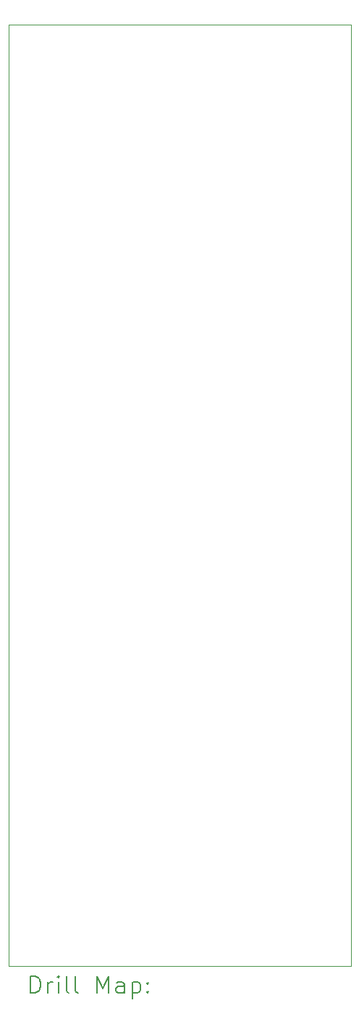
<source format=gbr>
%FSLAX45Y45*%
G04 Gerber Fmt 4.5, Leading zero omitted, Abs format (unit mm)*
G04 Created by KiCad (PCBNEW (6.0.6)) date 2022-10-26 13:26:03*
%MOMM*%
%LPD*%
G01*
G04 APERTURE LIST*
%TA.AperFunction,Profile*%
%ADD10C,0.050000*%
%TD*%
%ADD11C,0.200000*%
G04 APERTURE END LIST*
D10*
X7000000Y-3100000D02*
X7000000Y-14100000D01*
X3000000Y-3100000D02*
X3000000Y-14100000D01*
X3000000Y-3100000D02*
X7000000Y-3100000D01*
X3000000Y-14100000D02*
X7000000Y-14100000D01*
D11*
X3255119Y-14412976D02*
X3255119Y-14212976D01*
X3302738Y-14212976D01*
X3331309Y-14222500D01*
X3350357Y-14241548D01*
X3359881Y-14260595D01*
X3369405Y-14298690D01*
X3369405Y-14327262D01*
X3359881Y-14365357D01*
X3350357Y-14384405D01*
X3331309Y-14403452D01*
X3302738Y-14412976D01*
X3255119Y-14412976D01*
X3455119Y-14412976D02*
X3455119Y-14279643D01*
X3455119Y-14317738D02*
X3464643Y-14298690D01*
X3474167Y-14289167D01*
X3493214Y-14279643D01*
X3512262Y-14279643D01*
X3578928Y-14412976D02*
X3578928Y-14279643D01*
X3578928Y-14212976D02*
X3569405Y-14222500D01*
X3578928Y-14232024D01*
X3588452Y-14222500D01*
X3578928Y-14212976D01*
X3578928Y-14232024D01*
X3702738Y-14412976D02*
X3683690Y-14403452D01*
X3674167Y-14384405D01*
X3674167Y-14212976D01*
X3807500Y-14412976D02*
X3788452Y-14403452D01*
X3778928Y-14384405D01*
X3778928Y-14212976D01*
X4036071Y-14412976D02*
X4036071Y-14212976D01*
X4102738Y-14355833D01*
X4169405Y-14212976D01*
X4169405Y-14412976D01*
X4350357Y-14412976D02*
X4350357Y-14308214D01*
X4340833Y-14289167D01*
X4321786Y-14279643D01*
X4283690Y-14279643D01*
X4264643Y-14289167D01*
X4350357Y-14403452D02*
X4331310Y-14412976D01*
X4283690Y-14412976D01*
X4264643Y-14403452D01*
X4255119Y-14384405D01*
X4255119Y-14365357D01*
X4264643Y-14346309D01*
X4283690Y-14336786D01*
X4331310Y-14336786D01*
X4350357Y-14327262D01*
X4445595Y-14279643D02*
X4445595Y-14479643D01*
X4445595Y-14289167D02*
X4464643Y-14279643D01*
X4502738Y-14279643D01*
X4521786Y-14289167D01*
X4531310Y-14298690D01*
X4540833Y-14317738D01*
X4540833Y-14374881D01*
X4531310Y-14393928D01*
X4521786Y-14403452D01*
X4502738Y-14412976D01*
X4464643Y-14412976D01*
X4445595Y-14403452D01*
X4626548Y-14393928D02*
X4636071Y-14403452D01*
X4626548Y-14412976D01*
X4617024Y-14403452D01*
X4626548Y-14393928D01*
X4626548Y-14412976D01*
X4626548Y-14289167D02*
X4636071Y-14298690D01*
X4626548Y-14308214D01*
X4617024Y-14298690D01*
X4626548Y-14289167D01*
X4626548Y-14308214D01*
M02*

</source>
